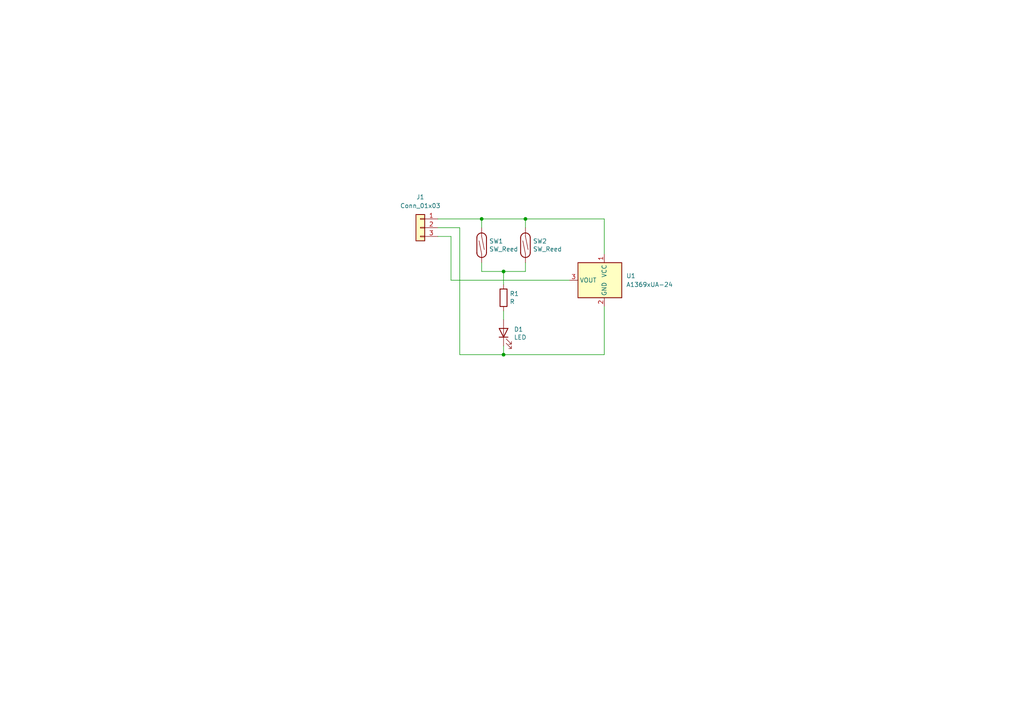
<source format=kicad_sch>
(kicad_sch (version 20211123) (generator eeschema)
  (paper "A4")
  (title_block (title "Sensors") (date "2022-09-03") (rev "Rev.02"))
  (lib_symbols
    (symbol "Connector_Generic:Conn_01x03" (pin_names (offset 1.016) hide)
      (property "Reference" "J" (at 0 5.08 0))
      (property "Value" "Conn_01x03" (at 0 -5.08 0))
      (symbol "Conn_01x03_1_1"
        (rectangle (start -1.27 -2.413) (end 0 -2.667) (stroke (width 0.1524)))
        (rectangle (start -1.27 0.127) (end 0 -0.127) (stroke (width 0.1524)))
        (rectangle (start -1.27 2.667) (end 0 2.413) (stroke (width 0.1524)))
        (rectangle (start -1.27 3.81) (end 1.27 -3.81) (stroke (width 0.254)) (fill (type background)))
        (pin passive line (at -5.08 2.54 0) (length 3.81) (name "Pin_1") (number "1"))
        (pin passive line (at -5.08 0 0) (length 3.81) (name "Pin_2") (number "2"))
        (pin passive line (at -5.08 -2.54 0) (length 3.81) (name "Pin_3") (number "3"))
      )
    )
    (symbol "Device:LED" (pin_numbers hide) (pin_names (offset 1.016) hide)
      (property "Reference" "D" (at 0 2.54 0))
      (property "Value" "LED" (at 0 -2.54 0))
      (symbol "LED_0_1"
        (polyline (pts (xy -1.27 -1.27) (xy -1.27 1.27)) (stroke (width 0.254)))
        (polyline (pts (xy -1.27 0) (xy 1.27 0)))
        (polyline (pts (xy 1.27 -1.27) (xy 1.27 1.27) (xy -1.27 0) (xy 1.27 -1.27)) (stroke (width 0.254)))
        (polyline (pts (xy -3.048 -0.762) (xy -4.572 -2.286) (xy -3.81 -2.286) (xy -4.572 -2.286) (xy -4.572 -1.524)))
        (polyline (pts (xy -1.778 -0.762) (xy -3.302 -2.286) (xy -2.54 -2.286) (xy -3.302 -2.286) (xy -3.302 -1.524)))
      )
      (symbol "LED_1_1"
        (pin passive line (at -3.81 0 0) (length 2.54) (name "K") (number "1"))
        (pin passive line (at 3.81 0 180) (length 2.54) (name "A") (number "2"))
      )
    )
    (symbol "Device:R" (pin_numbers hide) (pin_names (offset 0))
      (property "Reference" "R" (at 2.032 0 90))
      (property "Value" "R" (at 0 0 90))
      (symbol "R_0_1"
        (rectangle (start -1.016 -2.54) (end 1.016 2.54) (stroke (width 0.254)))
      )
      (symbol "R_1_1"
        (pin passive line (at 0 3.81 270) (length 1.27) (name "~") (number "1"))
        (pin passive line (at 0 -3.81 90) (length 1.27) (name "~") (number "2"))
      )
    )
    (symbol "Sensor_Current:A1369xUA-24"
      (property "Reference" "U" (at 8.89 6.35 0))
      (property "Value" "A1369xUA-24" (at 8.89 3.81 0))
      (symbol "A1369xUA-24_0_1"
        (rectangle (start -5.08 5.08) (end 7.62 -5.08) (stroke (width 0.254)) (fill (type background)))
      )
      (symbol "A1369xUA-24_1_1"
        (pin power_in line (at 0 7.62 270) (length 2.54) (name "VCC") (number "1"))
        (pin power_in line (at 0 -7.62 90) (length 2.54) (name "GND") (number "2"))
        (pin output line (at 10.16 0 180) (length 2.54) (name "VOUT") (number "3"))
      )
    )
    (symbol "Switch:SW_Reed" (pin_numbers hide) (pin_names (offset 0) hide)
      (property "Reference" "SW" (at 0 2.54 0))
      (property "Value" "SW_Reed" (at 0 -2.54 0))
      (symbol "SW_Reed_0_0"
        (arc (start -2.159 1.397) (mid -3.556 0) (end -2.159 -1.397) (stroke (width 0.254)))
        (polyline (pts (xy -2.54 0) (xy 1.27 0.762)))
        (polyline (pts (xy -2.159 -1.397) (xy 2.286 -1.397)) (stroke (width 0.254)))
        (polyline (pts (xy 2.159 1.397) (xy -2.159 1.397)) (stroke (width 0.254)))
        (polyline (pts (xy 2.54 0) (xy -1.27 -0.762)))
        (arc (start 2.159 -1.397) (mid 3.556 0) (end 2.159 1.397) (stroke (width 0.254)))
      )
      (symbol "SW_Reed_1_1"
        (pin passive line (at -5.08 0 0) (length 2.54) (name "1") (number "1"))
        (pin passive line (at 5.08 0 180) (length 2.54) (name "2") (number "2"))
      )
    )
  )
  (junction (at 146.05 102.87))
  (junction (at 152.4 63.5))
  (junction (at 139.7 63.5))
  (junction (at 146.05 78.74))
  (wire (pts (xy 175.26 63.5) (xy 152.4 63.5)))
  (wire (pts (xy 133.35 66.04) (xy 133.35 102.87)))
  (wire (pts (xy 175.26 88.9) (xy 175.26 102.87)))
  (wire (pts (xy 133.35 102.87) (xy 146.05 102.87)))
  (wire (pts (xy 175.26 102.87) (xy 146.05 102.87)))
  (wire (pts (xy 146.05 82.55) (xy 146.05 78.74)))
  (wire (pts (xy 139.7 78.74) (xy 146.05 78.74)))
  (wire (pts (xy 175.26 73.66) (xy 175.26 63.5)))
  (wire (pts (xy 127 63.5) (xy 139.7 63.5)))
  (wire (pts (xy 139.7 66.04) (xy 139.7 63.5)))
  (wire (pts (xy 130.81 68.58) (xy 130.81 81.28)))
  (wire (pts (xy 139.7 63.5) (xy 152.4 63.5)))
  (wire (pts (xy 152.4 78.74) (xy 152.4 76.2)))
  (wire (pts (xy 139.7 76.2) (xy 139.7 78.74)))
  (wire (pts (xy 146.05 78.74) (xy 152.4 78.74)))
  (wire (pts (xy 152.4 63.5) (xy 152.4 66.04)))
  (wire (pts (xy 130.81 81.28) (xy 165.1 81.28)))
  (wire (pts (xy 127 68.58) (xy 130.81 68.58)))
  (wire (pts (xy 146.05 100.33) (xy 146.05 102.87)))
  (wire (pts (xy 127 66.04) (xy 133.35 66.04)))
  (wire (pts (xy 146.05 90.17) (xy 146.05 92.71)))
  (symbol (lib_id "Switch:SW_Reed") (at 139.7 71.12 270) (unit 1)
    (property "Reference" "SW1" (at 141.859 69.9516 90) (effects (justify left)))
    (property "Value" "SW_Reed" (at 141.859 72.263 90) (effects (justify left)))
    (property "Footprint" "TOMA_Systems:ReedSwitch 2x14" (effects hide))
  )
  (symbol (lib_id "Switch:SW_Reed") (at 152.4 71.12 270) (unit 1)
    (property "Reference" "SW2" (at 154.559 69.9516 90) (effects (justify left)))
    (property "Value" "SW_Reed" (at 154.559 72.263 90) (effects (justify left)))
    (property "Footprint" "TOMA_Systems:ReedSwitch 2x14" (effects hide))
  )
  (symbol (lib_id "Device:R") (at 146.05 86.36 0) (unit 1)
    (property "Reference" "R1" (at 147.828 85.1916 0) (effects (justify left)))
    (property "Value" "R" (at 147.828 87.503 0) (effects (justify left)))
    (property "Footprint" "Resistor_SMD:R_0805_2012Metric" (effects hide))
  )
  (symbol (lib_id "Device:LED") (at 146.05 96.52 90) (unit 1)
    (property "Reference" "D1" (at 149.0472 95.5294 90) (effects (justify right)))
    (property "Value" "LED" (at 149.0472 97.8408 90) (effects (justify right)))
    (property "Footprint" "LED_SMD:LED_0805_2012Metric" (effects hide))
  )
  (symbol (lib_id "Connector_Generic:Conn_01x03") (at 121.92 66.04 0) (mirror y) (unit 1)
    (property "Reference" "J1" (at 121.92 57.15 0))
    (property "Value" "Conn_01x03" (at 121.92 59.69 0))
    (property "Footprint" "TOMA_Systems:Pad_03x01" (effects hide))
  )
  (symbol (lib_id "Sensor_Current:A1369xUA-24") (at 175.26 81.28 0) (mirror y) (unit 1)
    (property "Reference" "U1" (at 181.61 80.0099 0) (effects (justify right)))
    (property "Value" "A1369xUA-24" (at 181.61 82.5499 0) (effects (justify right)))
    (property "Footprint" "Package_TO_SOT_SMD:SOT-23" (effects hide))
    (property "Datasheet" "http://www.allegromicro.com/~/media/Files/Datasheets/A1369-Datasheet.ashx?la=en" (effects hide))
  )
)
</source>
